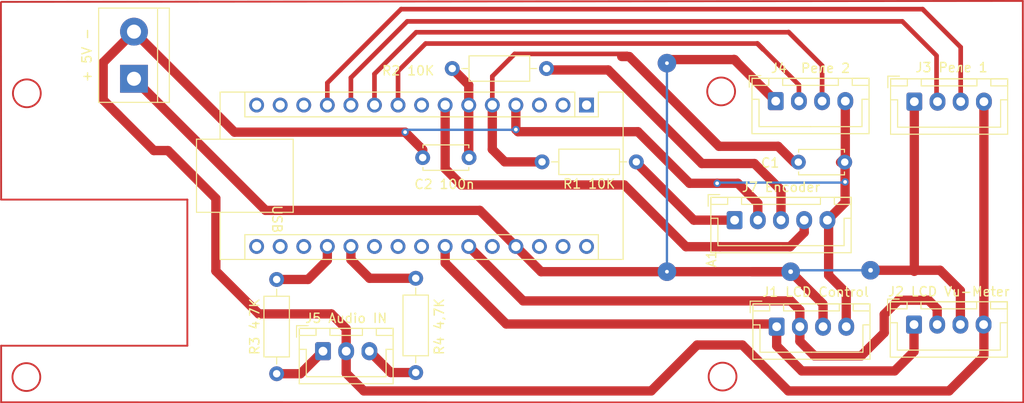
<source format=kicad_pcb>
(kicad_pcb (version 20211014) (generator pcbnew)
  (layers (0 "F.Cu" signal) (31 "B.Cu" signal) (34 "B.Paste" user) (35 "F.Paste" user) (36 "B.SilkS" user "B.Silkscreen") (37 "F.SilkS" user "F.Silkscreen") (38 "B.Mask" user) (39 "F.Mask" user) (44 "Edge.Cuts" user))
  (net 0 "")
  (net 4 "GNDREF")
  (net 5 "Net-(A1-Pad5)")
  (net 6 "Net-(A1-Pad6)")
  (net 7 "Net-(A1-Pad7)")
  (net 9 "Net-(A1-Pad9)")
  (net 10 "Net-(A1-Pad10)")
  (net 11 "Net-(A1-Pad11)")
  (net 12 "Net-(A1-Pad12)")
  (net 19 "Net-(A1-Pad19)")
  (net 20 "Net-(A1-Pad20)")
  (net 24 "Net-(A1-Pad24)")
  (net 25 "Net-(A1-Pad25)")
  (net 27 "+5V")
  (net 30 "Net-(J5-Pad1)")
  (net 31 "Net-(J5-Pad3)")
  (net 32 "Net-(R1-Pad1)")
  (net 33 "Net-(R2-Pad1)")
  (footprint "Capacitor_THT:C_Disc_D4.7mm_W2.5mm_P5.00mm" (layer "F.Cu") (at 60.2888 47.41835)
    (fp_text reference "C2 100n" (at 2.3476 2.87365) (layer "F.SilkS"))
    (fp_text value "100n")
    (fp_line (start 0.03 -1.37) (end 0.03 -1.055) (layer "F.SilkS") (width 0.12))
    (fp_line (start 4.97 -1.37) (end 4.97 -1.055) (layer "F.SilkS") (width 0.12))
    (fp_line (start 0.03 1.37) (end 4.97 1.37) (layer "F.SilkS") (width 0.12))
    (fp_line (start 0.03 -1.37) (end 4.97 -1.37) (layer "F.SilkS") (width 0.12))
    (fp_line (start 4.97 1.055) (end 4.97 1.37) (layer "F.SilkS") (width 0.12))
    (fp_line (start 0.03 1.055) (end 0.03 1.37) (layer "F.SilkS") (width 0.12))
    (pad "1" thru_hole circle (at 0 0) (size 1.6 1.6) (drill 0.8) (layers *.Cu *.Mask) (net 4 "GNDREF"))
    (pad "2" thru_hole circle (at 5 0) (size 1.6 1.6) (drill 0.8) (layers *.Cu *.Mask) (net 6 "Net-(A1-Pad6)"))
  )
  (footprint "Connector_JST:JST_XH_B4B-XH-A_1x04_P2.50mm_Vertical" (layer "F.Cu") (at 98.338 41.3296)
    (fp_text reference "J4  Реле 2" (at 3.75 -3.55) (layer "F.SilkS"))
    (fp_text value "Реле 2")
    (fp_line (start 10.06 -2.46) (end -2.56 -2.46) (layer "F.SilkS") (width 0.12))
    (fp_line (start -2.85 -2.75) (end -2.85 -1.5) (layer "F.SilkS") (width 0.12))
    (fp_line (start -2.55 -0.2) (end -1.8 -0.2) (layer "F.SilkS") (width 0.12))
    (fp_line (start -0.75 -2.45) (end -2.55 -2.45) (layer "F.SilkS") (width 0.12))
    (fp_line (start 6.75 -1.7) (end 6.75 -2.45) (layer "F.SilkS") (width 0.12))
    (fp_line (start -2.56 -2.46) (end -2.56 3.51) (layer "F.SilkS") (width 0.12))
    (fp_line (start -2.55 -2.45) (end -2.55 -1.7) (layer "F.SilkS") (width 0.12))
    (fp_line (start 10.05 -2.45) (end 8.25 -2.45) (layer "F.SilkS") (width 0.12))
    (fp_line (start -0.75 -1.7) (end -0.75 -2.45) (layer "F.SilkS") (width 0.12))
    (fp_line (start -1.6 -2.75) (end -2.85 -2.75) (layer "F.SilkS") (width 0.12))
    (fp_line (start 0.75 -2.45) (end 0.75 -1.7) (layer "F.SilkS") (width 0.12))
    (fp_line (start -1.8 2.75) (end 3.75 2.75) (layer "F.SilkS") (width 0.12))
    (fp_line (start 8.25 -2.45) (end 8.25 -1.7) (layer "F.SilkS") (width 0.12))
    (fp_line (start 9.3 -0.2) (end 9.3 2.75) (layer "F.SilkS") (width 0.12))
    (fp_line (start 0.75 -1.7) (end 6.75 -1.7) (layer "F.SilkS") (width 0.12))
    (fp_line (start -1.8 -0.2) (end -1.8 2.75) (layer "F.SilkS") (width 0.12))
    (fp_line (start 10.05 -1.7) (end 10.05 -2.45) (layer "F.SilkS") (width 0.12))
    (fp_line (start 8.25 -1.7) (end 10.05 -1.7) (layer "F.SilkS") (width 0.12))
    (fp_line (start -2.56 3.51) (end 10.06 3.51) (layer "F.SilkS") (width 0.12))
    (fp_line (start 10.06 3.51) (end 10.06 -2.46) (layer "F.SilkS") (width 0.12))
    (fp_line (start 6.75 -2.45) (end 0.75 -2.45) (layer "F.SilkS") (width 0.12))
    (fp_line (start -2.55 -1.7) (end -0.75 -1.7) (layer "F.SilkS") (width 0.12))
    (fp_line (start 9.3 2.75) (end 3.75 2.75) (layer "F.SilkS") (width 0.12))
    (fp_line (start 10.05 -0.2) (end 9.3 -0.2) (layer "F.SilkS") (width 0.12))
    (pad "1" thru_hole roundrect (at 0 0) (size 1.7 1.95) (drill 0.95) (layers *.Cu *.Mask) (roundrect_rratio 0.147059) (net 27 "+5V"))
    (pad "2" thru_hole oval (at 2.5 0) (size 1.7 1.95) (drill 0.95) (layers *.Cu *.Mask) (net 9 "Net-(A1-Pad9)"))
    (pad "3" thru_hole oval (at 5 0) (size 1.7 1.95) (drill 0.95) (layers *.Cu *.Mask) (net 10 "Net-(A1-Pad10)"))
    (pad "4" thru_hole oval (at 7.5 0) (size 1.7 1.95) (drill 0.95) (layers *.Cu *.Mask) (net 4 "GNDREF"))
  )
  (footprint "Resistor_THT:R_Axial_DIN0207_L6.3mm_D2.5mm_P10.16mm_Horizontal" (layer "F.Cu") (at 59.5376 70.58315 90)
    (fp_text reference "R4 4,7K" (at 4.94955 2.54 90) (layer "F.SilkS"))
    (fp_text value "4,7K")
    (fp_line (start 8.35 -1.37) (end 1.81 -1.37) (layer "F.SilkS") (width 0.12))
    (fp_line (start 1.04 0) (end 1.81 0) (layer "F.SilkS") (width 0.12))
    (fp_line (start 1.81 -1.37) (end 1.81 1.37) (layer "F.SilkS") (width 0.12))
    (fp_line (start 8.35 1.37) (end 8.35 -1.37) (layer "F.SilkS") (width 0.12))
    (fp_line (start 9.12 0) (end 8.35 0) (layer "F.SilkS") (width 0.12))
    (fp_line (start 1.81 1.37) (end 8.35 1.37) (layer "F.SilkS") (width 0.12))
    (pad "1" thru_hole circle (at 0 0 90) (size 1.6 1.6) (drill 0.8) (layers *.Cu *.Mask) (net 31 "Net-(J5-Pad3)"))
    (pad "2" thru_hole oval (at 10.16 0 90) (size 1.6 1.6) (drill 0.8) (layers *.Cu *.Mask) (net 20 "Net-(A1-Pad20)"))
  )
  (footprint "Capacitor_THT:C_Disc_D4.7mm_W2.5mm_P5.00mm" (layer "F.Cu") (at 100.7764 47.9044)
    (fp_text reference "C1" (at -3.0372 0.07965) (layer "F.SilkS"))
    (fp_text value "100n")
    (fp_line (start 4.97 -1.37) (end 4.97 -1.055) (layer "F.SilkS") (width 0.12))
    (fp_line (start 0.03 -1.37) (end 0.03 -1.055) (layer "F.SilkS") (width 0.12))
    (fp_line (start 4.97 1.055) (end 4.97 1.37) (layer "F.SilkS") (width 0.12))
    (fp_line (start 0.03 -1.37) (end 4.97 -1.37) (layer "F.SilkS") (width 0.12))
    (fp_line (start 0.03 1.055) (end 0.03 1.37) (layer "F.SilkS") (width 0.12))
    (fp_line (start 0.03 1.37) (end 4.97 1.37) (layer "F.SilkS") (width 0.12))
    (pad "1" thru_hole circle (at 0 0) (size 1.6 1.6) (drill 0.8) (layers *.Cu *.Mask) (net 5 "Net-(A1-Pad5)"))
    (pad "2" thru_hole circle (at 5 0) (size 1.6 1.6) (drill 0.8) (layers *.Cu *.Mask) (net 4 "GNDREF"))
  )
  (footprint "Connector_JST:JST_XH_B4B-XH-A_1x04_P2.50mm_Vertical" (layer "F.Cu") (at 98.4396 65.6405)
    (fp_text reference "J1 LCD Control" (at 4.190302 -3.737) (layer "F.SilkS"))
    (fp_text value "LCD1602-1")
    (fp_line (start 6.75 -2.45) (end 0.75 -2.45) (layer "F.SilkS") (width 0.12))
    (fp_line (start -2.56 -2.46) (end -2.56 3.51) (layer "F.SilkS") (width 0.12))
    (fp_line (start -2.55 -0.2) (end -1.8 -0.2) (layer "F.SilkS") (width 0.12))
    (fp_line (start 9.3 -0.2) (end 9.3 2.75) (layer "F.SilkS") (width 0.12))
    (fp_line (start -2.85 -2.75) (end -2.85 -1.5) (layer "F.SilkS") (width 0.12))
    (fp_line (start 10.05 -1.7) (end 10.05 -2.45) (layer "F.SilkS") (width 0.12))
    (fp_line (start 6.75 -1.7) (end 6.75 -2.45) (layer "F.SilkS") (width 0.12))
    (fp_line (start -1.6 -2.75) (end -2.85 -2.75) (layer "F.SilkS") (width 0.12))
    (fp_line (start -2.56 3.51) (end 10.06 3.51) (layer "F.SilkS") (width 0.12))
    (fp_line (start 10.06 3.51) (end 10.06 -2.46) (layer "F.SilkS") (width 0.12))
    (fp_line (start -2.55 -1.7) (end -0.75 -1.7) (layer "F.SilkS") (width 0.12))
    (fp_line (start -1.8 -0.2) (end -1.8 2.75) (layer "F.SilkS") (width 0.12))
    (fp_line (start -0.75 -1.7) (end -0.75 -2.45) (layer "F.SilkS") (width 0.12))
    (fp_line (start 10.06 -2.46) (end -2.56 -2.46) (layer "F.SilkS") (width 0.12))
    (fp_line (start 10.05 -0.2) (end 9.3 -0.2) (layer "F.SilkS") (width 0.12))
    (fp_line (start 8.25 -1.7) (end 10.05 -1.7) (layer "F.SilkS") (width 0.12))
    (fp_line (start 0.75 -1.7) (end 6.75 -1.7) (layer "F.SilkS") (width 0.12))
    (fp_line (start -1.8 2.75) (end 3.75 2.75) (layer "F.SilkS") (width 0.12))
    (fp_line (start -0.75 -2.45) (end -2.55 -2.45) (layer "F.SilkS") (width 0.12))
    (fp_line (start 0.75 -2.45) (end 0.75 -1.7) (layer "F.SilkS") (width 0.12))
    (fp_line (start 10.05 -2.45) (end 8.25 -2.45) (layer "F.SilkS") (width 0.12))
    (fp_line (start -2.55 -2.45) (end -2.55 -1.7) (layer "F.SilkS") (width 0.12))
    (fp_line (start 9.3 2.75) (end 3.75 2.75) (layer "F.SilkS") (width 0.12))
    (fp_line (start 8.25 -2.45) (end 8.25 -1.7) (layer "F.SilkS") (width 0.12))
    (pad "1" thru_hole roundrect (at 0 0) (size 1.7 1.95) (drill 0.95) (layers *.Cu *.Mask) (roundrect_rratio 0.147059) (net 24 "Net-(A1-Pad24)"))
    (pad "2" thru_hole oval (at 2.5 0) (size 1.7 1.95) (drill 0.95) (layers *.Cu *.Mask) (net 25 "Net-(A1-Pad25)"))
    (pad "3" thru_hole oval (at 5 0) (size 1.7 1.95) (drill 0.95) (layers *.Cu *.Mask) (net 27 "+5V"))
    (pad "4" thru_hole oval (at 7.5 0) (size 1.7 1.95) (drill 0.95) (layers *.Cu *.Mask) (net 4 "GNDREF"))
  )
  (footprint "Resistor_THT:R_Axial_DIN0207_L6.3mm_D2.5mm_P10.16mm_Horizontal" (layer "F.Cu") (at 44.5516 70.71015 90)
    (fp_text reference "R3 4,7K" (at 5.08 -2.37 90) (layer "F.SilkS"))
    (fp_text value "4,7K")
    (fp_line (start 1.81 -1.37) (end 1.81 1.37) (layer "F.SilkS") (width 0.12))
    (fp_line (start 9.12 0) (end 8.35 0) (layer "F.SilkS") (width 0.12))
    (fp_line (start 8.35 1.37) (end 8.35 -1.37) (layer "F.SilkS") (width 0.12))
    (fp_line (start 1.04 0) (end 1.81 0) (layer "F.SilkS") (width 0.12))
    (fp_line (start 1.81 1.37) (end 8.35 1.37) (layer "F.SilkS") (width 0.12))
    (fp_line (start 8.35 -1.37) (end 1.81 -1.37) (layer "F.SilkS") (width 0.12))
    (pad "1" thru_hole circle (at 0 0 90) (size 1.6 1.6) (drill 0.8) (layers *.Cu *.Mask) (net 30 "Net-(J5-Pad1)"))
    (pad "2" thru_hole oval (at 10.16 0 90) (size 1.6 1.6) (drill 0.8) (layers *.Cu *.Mask) (net 19 "Net-(A1-Pad19)"))
  )
  (footprint "TerminalBlock:TerminalBlock_bornier-2_P5.08mm" (layer "F.Cu") (at 29.1748 38.92205 90)
    (fp_text reference "+ 5V -" (at 2.54 -5.08 90) (layer "F.SilkS"))
    (fp_text value "5V")
    (fp_line (start -2.54 -3.81) (end -2.54 3.81) (layer "F.SilkS") (width 0.12))
    (fp_line (start 7.62 -3.81) (end -2.54 -3.81) (layer "F.SilkS") (width 0.12))
    (fp_line (start 7.62 3.81) (end 7.62 -3.81) (layer "F.SilkS") (width 0.12))
    (fp_line (start -2.54 3.81) (end 7.62 3.81) (layer "F.SilkS") (width 0.12))
    (fp_line (start 7.62 2.54) (end -2.54 2.54) (layer "F.SilkS") (width 0.12))
    (pad "1" thru_hole rect (at 0 0 90) (size 3 3) (drill 1.52) (layers *.Cu *.Mask) (net 27 "+5V"))
    (pad "2" thru_hole circle (at 5.08 0 90) (size 3 3) (drill 1.52) (layers *.Cu *.Mask) (net 4 "GNDREF"))
  )
  (footprint "Connector_JST:JST_XH_B4B-XH-A_1x04_P2.50mm_Vertical" (layer "F.Cu") (at 113.2424 65.4134)
    (fp_text reference "J2 LCD Vu-Meter" (at 3.75 -3.55) (layer "F.SilkS"))
    (fp_text value "LCD1602-2")
    (fp_line (start -2.55 -0.2) (end -1.8 -0.2) (layer "F.SilkS") (width 0.12))
    (fp_line (start -0.75 -1.7) (end -0.75 -2.45) (layer "F.SilkS") (width 0.12))
    (fp_line (start -1.8 -0.2) (end -1.8 2.75) (layer "F.SilkS") (width 0.12))
    (fp_line (start 10.06 -2.46) (end -2.56 -2.46) (layer "F.SilkS") (width 0.12))
    (fp_line (start 6.75 -2.45) (end 0.75 -2.45) (layer "F.SilkS") (width 0.12))
    (fp_line (start 10.05 -0.2) (end 9.3 -0.2) (layer "F.SilkS") (width 0.12))
    (fp_line (start -0.75 -2.45) (end -2.55 -2.45) (layer "F.SilkS") (width 0.12))
    (fp_line (start 0.75 -2.45) (end 0.75 -1.7) (layer "F.SilkS") (width 0.12))
    (fp_line (start -1.8 2.75) (end 3.75 2.75) (layer "F.SilkS") (width 0.12))
    (fp_line (start 0.75 -1.7) (end 6.75 -1.7) (layer "F.SilkS") (width 0.12))
    (fp_line (start 9.3 2.75) (end 3.75 2.75) (layer "F.SilkS") (width 0.12))
    (fp_line (start 10.06 3.51) (end 10.06 -2.46) (layer "F.SilkS") (width 0.12))
    (fp_line (start 10.05 -1.7) (end 10.05 -2.45) (layer "F.SilkS") (width 0.12))
    (fp_line (start -2.85 -2.75) (end -2.85 -1.5) (layer "F.SilkS") (width 0.12))
    (fp_line (start 8.25 -2.45) (end 8.25 -1.7) (layer "F.SilkS") (width 0.12))
    (fp_line (start -2.55 -1.7) (end -0.75 -1.7) (layer "F.SilkS") (width 0.12))
    (fp_line (start -2.55 -2.45) (end -2.55 -1.7) (layer "F.SilkS") (width 0.12))
    (fp_line (start 9.3 -0.2) (end 9.3 2.75) (layer "F.SilkS") (width 0.12))
    (fp_line (start -2.56 -2.46) (end -2.56 3.51) (layer "F.SilkS") (width 0.12))
    (fp_line (start -2.56 3.51) (end 10.06 3.51) (layer "F.SilkS") (width 0.12))
    (fp_line (start 6.75 -1.7) (end 6.75 -2.45) (layer "F.SilkS") (width 0.12))
    (fp_line (start 10.05 -2.45) (end 8.25 -2.45) (layer "F.SilkS") (width 0.12))
    (fp_line (start -1.6 -2.75) (end -2.85 -2.75) (layer "F.SilkS") (width 0.12))
    (fp_line (start 8.25 -1.7) (end 10.05 -1.7) (layer "F.SilkS") (width 0.12))
    (pad "1" thru_hole roundrect (at 0 0) (size 1.7 1.95) (drill 0.95) (layers *.Cu *.Mask) (roundrect_rratio 0.147059) (net 24 "Net-(A1-Pad24)"))
    (pad "2" thru_hole oval (at 2.5 0) (size 1.7 1.95) (drill 0.95) (layers *.Cu *.Mask) (net 25 "Net-(A1-Pad25)"))
    (pad "3" thru_hole oval (at 5 0) (size 1.7 1.95) (drill 0.95) (layers *.Cu *.Mask) (net 27 "+5V"))
    (pad "4" thru_hole oval (at 7.5 0) (size 1.7 1.95) (drill 0.95) (layers *.Cu *.Mask) (net 4 "GNDREF"))
  )
  (footprint "Module:Arduino_Nano" (layer "F.Cu") (at 77.9526 41.75415 -90)
    (fp_text reference "A1" (at 16.5862 -13.462698 90) (layer "F.SilkS"))
    (fp_text value "Arduino_Nano_v3.x")
    (fp_text user "USB" (at 12.2936 33.3629 -90 unlocked) (layer "F.SilkS"))
    (fp_line (start 3.68 42.04) (end 3.68 31.62) (layer "F.SilkS") (width 0.12))
    (fp_line (start 13.97 36.83) (end 16.64 36.83) (layer "F.SilkS") (width 0.12))
    (fp_line (start 13.97 -1.27) (end 13.97 36.83) (layer "F.SilkS") (width 0.12))
    (fp_line (start 1.27 36.83) (end -1.4 36.83) (layer "F.SilkS") (width 0.12))
    (fp_line (start -1.4 -3.94) (end -1.4 -1.27) (layer "F.SilkS") (width 0.12))
    (fp_line (start 16.64 39.5) (end 16.64 -3.94) (layer "F.SilkS") (width 0.12))
    (fp_line (start 16.64 39.5) (end 11.56 39.5) (layer "F.SilkS") (width 0.12))
    (fp_line (start 1.27 1.27) (end 1.27 36.83) (layer "F.SilkS") (width 0.12))
    (fp_line (start 13.97 -1.27) (end 16.64 -1.27) (layer "F.SilkS") (width 0.12))
    (fp_line (start -1.4 39.5) (end 3.68 39.5) (layer "F.SilkS") (width 0.12))
    (fp_line (start 1.27 1.27) (end -1.4 1.27) (layer "F.SilkS") (width 0.12))
    (fp_line (start 16.64 -3.94) (end -1.4 -3.94) (layer "F.SilkS") (width 0.12))
    (fp_line (start 11.56 31.62) (end 11.56 42.04) (layer "F.SilkS") (width 0.12))
    (fp_line (start 1.27 1.27) (end 1.27 -1.27) (layer "F.SilkS") (width 0.12))
    (fp_line (start 1.27 -1.27) (end -1.4 -1.27) (layer "F.SilkS") (width 0.12))
    (fp_line (start 3.68 31.62) (end 11.56 31.62) (layer "F.SilkS") (width 0.12))
    (fp_line (start 11.56 42.04) (end 3.68 42.04) (layer "F.SilkS") (width 0.12))
    (fp_line (start -1.4 1.27) (end -1.4 39.5) (layer "F.SilkS") (width 0.12))
    (pad "1" thru_hole rect (at 0 0 270) (size 1.6 1.6) (drill 1) (layers *.Cu *.Mask))
    (pad "2" thru_hole oval (at 0 2.54 270) (size 1.6 1.6) (drill 1) (layers *.Cu *.Mask))
    (pad "3" thru_hole oval (at 0 5.08 270) (size 1.6 1.6) (drill 1) (layers *.Cu *.Mask))
    (pad "4" thru_hole oval (at 0 7.62 270) (size 1.6 1.6) (drill 1) (layers *.Cu *.Mask) (net 4 "GNDREF"))
    (pad "5" thru_hole oval (at 0 10.16 270) (size 1.6 1.6) (drill 1) (layers *.Cu *.Mask) (net 5 "Net-(A1-Pad5)"))
    (pad "6" thru_hole oval (at 0 12.7 270) (size 1.6 1.6) (drill 1) (layers *.Cu *.Mask) (net 6 "Net-(A1-Pad6)"))
    (pad "7" thru_hole oval (at 0 15.24 270) (size 1.6 1.6) (drill 1) (layers *.Cu *.Mask) (net 7 "Net-(A1-Pad7)"))
    (pad "8" thru_hole oval (at 0 17.78 270) (size 1.6 1.6) (drill 1) (layers *.Cu *.Mask))
    (pad "9" thru_hole oval (at 0 20.32 270) (size 1.6 1.6) (drill 1) (layers *.Cu *.Mask) (net 9 "Net-(A1-Pad9)"))
    (pad "10" thru_hole oval (at 0 22.86 270) (size 1.6 1.6) (drill 1) (layers *.Cu *.Mask) (net 10 "Net-(A1-Pad10)"))
    (pad "11" thru_hole oval (at 0 25.4 270) (size 1.6 1.6) (drill 1) (layers *.Cu *.Mask) (net 11 "Net-(A1-Pad11)"))
    (pad "12" thru_hole oval (at 0 27.94 270) (size 1.6 1.6) (drill 1) (layers *.Cu *.Mask) (net 12 "Net-(A1-Pad12)"))
    (pad "13" thru_hole oval (at 0 30.48 270) (size 1.6 1.6) (drill 1) (layers *.Cu *.Mask))
    (pad "14" thru_hole oval (at 0 33.02 270) (size 1.6 1.6) (drill 1) (layers *.Cu *.Mask))
    (pad "15" thru_hole oval (at 0 35.56 270) (size 1.6 1.6) (drill 1) (layers *.Cu *.Mask))
    (pad "16" thru_hole oval (at 15.24 35.56 270) (size 1.6 1.6) (drill 1) (layers *.Cu *.Mask))
    (pad "17" thru_hole oval (at 15.24 33.02 270) (size 1.6 1.6) (drill 1) (layers *.Cu *.Mask))
    (pad "18" thru_hole oval (at 15.24 30.48 270) (size 1.6 1.6) (drill 1) (layers *.Cu *.Mask))
    (pad "19" thru_hole oval (at 15.24 27.94 270) (size 1.6 1.6) (drill 1) (layers *.Cu *.Mask) (net 19 "Net-(A1-Pad19)"))
    (pad "20" thru_hole oval (at 15.24 25.4 270) (size 1.6 1.6) (drill 1) (layers *.Cu *.Mask) (net 20 "Net-(A1-Pad20)"))
    (pad "21" thru_hole oval (at 15.24 22.86 270) (size 1.6 1.6) (drill 1) (layers *.Cu *.Mask))
    (pad "22" thru_hole oval (at 15.24 20.32 270) (size 1.6 1.6) (drill 1) (layers *.Cu *.Mask))
    (pad "23" thru_hole oval (at 15.24 17.78 270) (size 1.6 1.6) (drill 1) (layers *.Cu *.Mask))
    (pad "24" thru_hole oval (at 15.24 15.24 270) (size 1.6 1.6) (drill 1) (layers *.Cu *.Mask) (net 24 "Net-(A1-Pad24)"))
    (pad "25" thru_hole oval (at 15.24 12.7 270) (size 1.6 1.6) (drill 1) (layers *.Cu *.Mask) (net 25 "Net-(A1-Pad25)"))
    (pad "26" thru_hole oval (at 15.24 10.16 270) (size 1.6 1.6) (drill 1) (layers *.Cu *.Mask))
    (pad "27" thru_hole oval (at 15.24 7.62 270) (size 1.6 1.6) (drill 1) (layers *.Cu *.Mask) (net 27 "+5V"))
    (pad "28" thru_hole oval (at 15.24 5.08 270) (size 1.6 1.6) (drill 1) (layers *.Cu *.Mask))
    (pad "29" thru_hole oval (at 15.24 2.54 270) (size 1.6 1.6) (drill 1) (layers *.Cu *.Mask))
    (pad "30" thru_hole oval (at 15.24 0 270) (size 1.6 1.6) (drill 1) (layers *.Cu *.Mask))
  )
  (footprint "Connector_JST:JST_XH_B5B-XH-A_1x05_P2.50mm_Vertical" (layer "F.Cu") (at 93.9076 54.15775)
    (fp_text reference "J7 Encoder" (at 5 -3.55) (layer "F.SilkS"))
    (fp_text value "Encoder")
    (fp_line (start -1.6 -2.75) (end -2.85 -2.75) (layer "F.SilkS") (width 0.12))
    (fp_line (start 0.75 -2.45) (end 0.75 -1.7) (layer "F.SilkS") (width 0.12))
    (fp_line (start 12.55 -2.45) (end 10.75 -2.45) (layer "F.SilkS") (width 0.12))
    (fp_line (start -2.56 3.51) (end 12.56 3.51) (layer "F.SilkS") (width 0.12))
    (fp_line (start -2.55 -1.7) (end -0.75 -1.7) (layer "F.SilkS") (width 0.12))
    (fp_line (start -1.8 -0.2) (end -1.8 2.75) (layer "F.SilkS") (width 0.12))
    (fp_line (start 9.25 -1.7) (end 9.25 -2.45) (layer "F.SilkS") (width 0.12))
    (fp_line (start -2.85 -2.75) (end -2.85 -1.5) (layer "F.SilkS") (width 0.12))
    (fp_line (start 12.56 -2.46) (end -2.56 -2.46) (layer "F.SilkS") (width 0.12))
    (fp_line (start -0.75 -1.7) (end -0.75 -2.45) (layer "F.SilkS") (width 0.12))
    (fp_line (start 10.75 -2.45) (end 10.75 -1.7) (layer "F.SilkS") (width 0.12))
    (fp_line (start -2.55 -0.2) (end -1.8 -0.2) (layer "F.SilkS") (width 0.12))
    (fp_line (start 9.25 -2.45) (end 0.75 -2.45) (layer "F.SilkS") (width 0.12))
    (fp_line (start -1.8 2.75) (end 5 2.75) (layer "F.SilkS") (width 0.12))
    (fp_line (start 10.75 -1.7) (end 12.55 -1.7) (layer "F.SilkS") (width 0.12))
    (fp_line (start 12.56 3.51) (end 12.56 -2.46) (layer "F.SilkS") (width 0.12))
    (fp_line (start -2.56 -2.46) (end -2.56 3.51) (layer "F.SilkS") (width 0.12))
    (fp_line (start 12.55 -0.2) (end 11.8 -0.2) (layer "F.SilkS") (width 0.12))
    (fp_line (start 11.8 2.75) (end 5 2.75) (layer "F.SilkS") (width 0.12))
    (fp_line (start -2.55 -2.45) (end -2.55 -1.7) (layer "F.SilkS") (width 0.12))
    (fp_line (start 12.55 -1.7) (end 12.55 -2.45) (layer "F.SilkS") (width 0.12))
    (fp_line (start -0.75 -2.45) (end -2.55 -2.45) (layer "F.SilkS") (width 0.12))
    (fp_line (start 11.8 -0.2) (end 11.8 2.75) (layer "F.SilkS") (width 0.12))
    (fp_line (start 0.75 -1.7) (end 9.25 -1.7) (layer "F.SilkS") (width 0.12))
    (pad "1" thru_hole roundrect (at 0 0) (size 1.7 1.95) (drill 0.95) (layers *.Cu *.Mask) (roundrect_rratio 0.147059) (net 32 "Net-(R1-Pad1)"))
    (pad "2" thru_hole oval (at 2.5 0) (size 1.7 1.95) (drill 0.95) (layers *.Cu *.Mask) (net 4 "GNDREF"))
    (pad "3" thru_hole oval (at 5 0) (size 1.7 1.95) (drill 0.95) (layers *.Cu *.Mask) (net 33 "Net-(R2-Pad1)"))
    (pad "4" thru_hole oval (at 7.5 0) (size 1.7 1.95) (drill 0.95) (layers *.Cu *.Mask) (net 7 "Net-(A1-Pad7)"))
    (pad "5" thru_hole oval (at 10 0) (size 1.7 1.95) (drill 0.95) (layers *.Cu *.Mask) (net 4 "GNDREF"))
  )
  (footprint "Connector_JST:JST_XH_B3B-XH-A_1x03_P2.50mm_Vertical" (layer "F.Cu") (at 49.5446 68.28015)
    (fp_text reference "J5 Audio IN" (at 2.5 -3.55) (layer "F.SilkS"))
    (fp_text value "Audio IN")
    (fp_line (start 7.55 -0.2) (end 6.8 -0.2) (layer "F.SilkS") (width 0.12))
    (fp_line (start 6.8 -0.2) (end 6.8 2.75) (layer "F.SilkS") (width 0.12))
    (fp_line (start -2.55 -2.45) (end -2.55 -1.7) (layer "F.SilkS") (width 0.12))
    (fp_line (start -1.8 -0.2) (end -1.8 2.75) (layer "F.SilkS") (width 0.12))
    (fp_line (start -1.6 -2.75) (end -2.85 -2.75) (layer "F.SilkS") (width 0.12))
    (fp_line (start 6.8 2.75) (end 2.5 2.75) (layer "F.SilkS") (width 0.12))
    (fp_line (start 7.56 3.51) (end 7.56 -2.46) (layer "F.SilkS") (width 0.12))
    (fp_line (start 5.75 -2.45) (end 5.75 -1.7) (layer "F.SilkS") (width 0.12))
    (fp_line (start 4.25 -2.45) (end 0.75 -2.45) (layer "F.SilkS") (width 0.12))
    (fp_line (start -0.75 -1.7) (end -0.75 -2.45) (layer "F.SilkS") (width 0.12))
    (fp_line (start -0.75 -2.45) (end -2.55 -2.45) (layer "F.SilkS") (width 0.12))
    (fp_line (start 5.75 -1.7) (end 7.55 -1.7) (layer "F.SilkS") (width 0.12))
    (fp_line (start -2.85 -2.75) (end -2.85 -1.5) (layer "F.SilkS") (width 0.12))
    (fp_line (start 7.55 -2.45) (end 5.75 -2.45) (layer "F.SilkS") (width 0.12))
    (fp_line (start 7.56 -2.46) (end -2.56 -2.46) (layer "F.SilkS") (width 0.12))
    (fp_line (start 0.75 -2.45) (end 0.75 -1.7) (layer "F.SilkS") (width 0.12))
    (fp_line (start 4.25 -1.7) (end 4.25 -2.45) (layer "F.SilkS") (width 0.12))
    (fp_line (start -2.56 3.51) (end 7.56 3.51) (layer "F.SilkS") (width 0.12))
    (fp_line (start 0.75 -1.7) (end 4.25 -1.7) (layer "F.SilkS") (width 0.12))
    (fp_line (start -2.55 -0.2) (end -1.8 -0.2) (layer "F.SilkS") (width 0.12))
    (fp_line (start 7.55 -1.7) (end 7.55 -2.45) (layer "F.SilkS") (width 0.12))
    (fp_line (start -2.56 -2.46) (end -2.56 3.51) (layer "F.SilkS") (width 0.12))
    (fp_line (start -2.55 -1.7) (end -0.75 -1.7) (layer "F.SilkS") (width 0.12))
    (fp_line (start -1.8 2.75) (end 2.5 2.75) (layer "F.SilkS") (width 0.12))
    (pad "1" thru_hole roundrect (at 0 0) (size 1.7 1.95) (drill 0.95) (layers *.Cu *.Mask) (roundrect_rratio 0.147059) (net 30 "Net-(J5-Pad1)"))
    (pad "2" thru_hole oval (at 2.5 0) (size 1.7 1.95) (drill 0.95) (layers *.Cu *.Mask) (net 4 "GNDREF"))
    (pad "3" thru_hole oval (at 5 0) (size 1.7 1.95) (drill 0.95) (layers *.Cu *.Mask) (net 31 "Net-(J5-Pad3)"))
  )
  (footprint "Resistor_THT:R_Axial_DIN0207_L6.3mm_D2.5mm_P10.16mm_Horizontal" (layer "F.Cu") (at 73.6346 37.81715 180)
    (fp_text reference "R2 10K" (at 14.9098 -0.23205) (layer "F.SilkS"))
    (fp_text value "10K")
    (fp_line (start 1.04 0) (end 1.81 0) (layer "F.SilkS") (width 0.12))
    (fp_line (start 8.35 1.37) (end 8.35 -1.37) (layer "F.SilkS") (width 0.12))
    (fp_line (start 1.81 -1.37) (end 1.81 1.37) (layer "F.SilkS") (width 0.12))
    (fp_line (start 1.81 1.37) (end 8.35 1.37) (layer "F.SilkS") (width 0.12))
    (fp_line (start 8.35 -1.37) (end 1.81 -1.37) (layer "F.SilkS") (width 0.12))
    (fp_line (start 9.12 0) (end 8.35 0) (layer "F.SilkS") (width 0.12))
    (pad "1" thru_hole circle (at 0 0 180) (size 1.6 1.6) (drill 0.8) (layers *.Cu *.Mask) (net 33 "Net-(R2-Pad1)"))
    (pad "2" thru_hole oval (at 10.16 0 180) (size 1.6 1.6) (drill 0.8) (layers *.Cu *.Mask) (net 6 "Net-(A1-Pad6)"))
  )
  (footprint "Connector_JST:JST_XH_B4B-XH-A_1x04_P2.50mm_Vertical" (layer "F.Cu") (at 113.2748 41.3873)
    (fp_text reference "J3 Реле 1" (at 4.0132 -3.67955) (layer "F.SilkS"))
    (fp_text value "Реле 1")
    (fp_line (start 10.05 -2.45) (end 8.25 -2.45) (layer "F.SilkS") (width 0.12))
    (fp_line (start -2.55 -0.2) (end -1.8 -0.2) (layer "F.SilkS") (width 0.12))
    (fp_line (start 10.06 3.51) (end 10.06 -2.46) (layer "F.SilkS") (width 0.12))
    (fp_line (start 10.05 -0.2) (end 9.3 -0.2) (layer "F.SilkS") (width 0.12))
    (fp_line (start -1.8 2.75) (end 3.75 2.75) (layer "F.SilkS") (width 0.12))
    (fp_line (start -2.55 -1.7) (end -0.75 -1.7) (layer "F.SilkS") (width 0.12))
    (fp_line (start -1.6 -2.75) (end -2.85 -2.75) (layer "F.SilkS") (width 0.12))
    (fp_line (start -2.55 -2.45) (end -2.55 -1.7) (layer "F.SilkS") (width 0.12))
    (fp_line (start 0.75 -2.45) (end 0.75 -1.7) (layer "F.SilkS") (width 0.12))
    (fp_line (start 10.05 -1.7) (end 10.05 -2.45) (layer "F.SilkS") (width 0.12))
    (fp_line (start 6.75 -2.45) (end 0.75 -2.45) (layer "F.SilkS") (width 0.12))
    (fp_line (start 9.3 2.75) (end 3.75 2.75) (layer "F.SilkS") (width 0.12))
    (fp_line (start 0.75 -1.7) (end 6.75 -1.7) (layer "F.SilkS") (width 0.12))
    (fp_line (start -2.56 -2.46) (end -2.56 3.51) (layer "F.SilkS") (width 0.12))
    (fp_line (start 8.25 -1.7) (end 10.05 -1.7) (layer "F.SilkS") (width 0.12))
    (fp_line (start -1.8 -0.2) (end -1.8 2.75) (layer "F.SilkS") (width 0.12))
    (fp_line (start 8.25 -2.45) (end 8.25 -1.7) (layer "F.SilkS") (width 0.12))
    (fp_line (start -0.75 -2.45) (end -2.55 -2.45) (layer "F.SilkS") (width 0.12))
    (fp_line (start 6.75 -1.7) (end 6.75 -2.45) (layer "F.SilkS") (width 0.12))
    (fp_line (start 10.06 -2.46) (end -2.56 -2.46) (layer "F.SilkS") (width 0.12))
    (fp_line (start 9.3 -0.2) (end 9.3 2.75) (layer "F.SilkS") (width 0.12))
    (fp_line (start -0.75 -1.7) (end -0.75 -2.45) (layer "F.SilkS") (width 0.12))
    (fp_line (start -2.56 3.51) (end 10.06 3.51) (layer "F.SilkS") (width 0.12))
    (fp_line (start -2.85 -2.75) (end -2.85 -1.5) (layer "F.SilkS") (width 0.12))
    (pad "1" thru_hole roundrect (at 0 0) (size 1.7 1.95) (drill 0.95) (layers *.Cu *.Mask) (roundrect_rratio 0.147059) (net 27 "+5V"))
    (pad "2" thru_hole oval (at 2.5 0) (size 1.7 1.95) (drill 0.95) (layers *.Cu *.Mask) (net 11 "Net-(A1-Pad11)"))
    (pad "3" thru_hole oval (at 5 0) (size 1.7 1.95) (drill 0.95) (layers *.Cu *.Mask) (net 12 "Net-(A1-Pad12)"))
    (pad "4" thru_hole oval (at 7.5 0) (size 1.7 1.95) (drill 0.95) (layers *.Cu *.Mask) (net 4 "GNDREF"))
  )
  (footprint "Resistor_THT:R_Axial_DIN0207_L6.3mm_D2.5mm_P10.16mm_Horizontal" (layer "F.Cu") (at 83.312 47.87555 180)
    (fp_text reference "R1 10K" (at 5.08 -2.37) (layer "F.SilkS"))
    (fp_text value "10K")
    (fp_line (start 9.12 0) (end 8.35 0) (layer "F.SilkS") (width 0.12))
    (fp_line (start 1.04 0) (end 1.81 0) (layer "F.SilkS") (width 0.12))
    (fp_line (start 8.35 -1.37) (end 1.81 -1.37) (layer "F.SilkS") (width 0.12))
    (fp_line (start 8.35 1.37) (end 8.35 -1.37) (layer "F.SilkS") (width 0.12))
    (fp_line (start 1.81 1.37) (end 8.35 1.37) (layer "F.SilkS") (width 0.12))
    (fp_line (start 1.81 -1.37) (end 1.81 1.37) (layer "F.SilkS") (width 0.12))
    (pad "1" thru_hole circle (at 0 0 180) (size 1.6 1.6) (drill 0.8) (layers *.Cu *.Mask) (net 32 "Net-(R1-Pad1)"))
    (pad "2" thru_hole oval (at 10.16 0 180) (size 1.6 1.6) (drill 0.8) (layers *.Cu *.Mask) (net 5 "Net-(A1-Pad5)"))
  )
  (gr_circle (center 92.6084 71.0184) (end 94.1084 71.0184) (layer "F.Cu") (width 0.2) (fill none))
  (gr_line (start 14.859 67.691) (end 34.925 67.691) (layer "F.Cu") (width 0.2))
  (gr_line (start 14.859 73.787) (end 14.859 67.691) (layer "F.Cu") (width 0.2))
  (gr_line (start 124.968 30.5308) (end 125.0188 73.8124) (layer "F.Cu") (width 0.2))
  (gr_line (start 14.859 51.943) (end 14.8336 30.6832) (layer "F.Cu") (width 0.2))
  (gr_line (start 125.0188 73.8124) (end 14.859 73.787) (layer "F.Cu") (width 0.2))
  (gr_circle (center 17.5768 71.0692) (end 19.0768 71.0692) (layer "F.Cu") (width 0.2) (fill none))
  (gr_circle (center 17.6276 40.4876) (end 19.1276 40.4876) (layer "F.Cu") (width 0.2) (fill none))
  (gr_line (start 14.8844 30.6324) (end 124.968 30.5308) (layer "F.Cu") (width 0.2))
  (gr_line (start 34.925 51.943) (end 14.859 51.943) (layer "F.Cu") (width 0.2))
  (gr_line (start 34.925 67.691) (end 34.925 51.943) (layer "F.Cu") (width 0.2))
  (gr_circle (center 92.456 40.2844) (end 93.956 40.2844) (layer "F.Cu") (width 0.2) (fill none))
  (segment (start 103.9076 54.15775) (end 104.0384 54.28855) (width 1) (layer "F.Cu") (net 4))
  (segment (start 94.742 67.6148) (end 99.69155 72.56435) (width 1) (layer "F.Cu") (net 4))
  (segment (start 105.838 47.40755) (end 105.3192 47.92635) (width 1) (layer "F.Cu") (net 4))
  (segment (start 70.5612 44.62435) (end 70.3326 44.39575) (width 1) (layer "F.Cu") (net 4))
  (segment (start 60.2888 46.56935) (end 58.3946 44.67515) (width 1) (layer "F.Cu") (net 4))
  (segment (start 92.0242 50.18695) (end 89.04895 50.18695) (width 1) (layer "F.Cu") (net 4))
  (segment (start 89.04895 50.18695) (end 83.48635 44.62435) (width 1) (layer "F.Cu") (net 4))
  (segment (start 103.7952 54.04535) (end 103.9076 54.15775) (width 0.25) (layer "F.Cu") (net 4))
  (segment (start 52.0446 65.8622) (end 52.0446 68.28015) (width 1) (layer "F.Cu") (net 4))
  (segment (start 31.31475 46.65635) (end 32.83875 46.65635) (width 1) (layer "F.Cu") (net 4))
  (segment (start 83.48635 44.62435) (end 70.5612 44.62435) (width 1) (layer "F.Cu") (net 4))
  (segment (start 27.1272 42.4688) (end 31.31475 46.65635) (width 1) (layer "F.Cu") (net 4))
  (segment (start 104.0384 54.28855) (end 104.0384 60.0964) (width 1) (layer "F.Cu") (net 4))
  (segment (start 105.7764 47.9044) (end 105.8164 47.9444) (width 1) (layer "F.Cu") (net 4))
  (segment (start 25.8572 41.1988) (end 27.5336 42.8752) (width 1) (layer "F.Cu") (net 4))
  (segment (start 58.3946 44.67515) (end 40.0079 44.67515) (width 1) (layer "F.Cu") (net 4))
  (segment (start 96.4184 52.34595) (end 96.4076 52.35675) (width 0.25) (layer "F.Cu") (net 4))
  (segment (start 52.0446 70.65935) (end 53.9496 72.56435) (width 1) (layer "F.Cu") (net 4))
  (segment (start 84.91565 72.56435) (end 89.8652 67.6148) (width 1) (layer "F.Cu") (net 4))
  (segment (start 105.8164 52.24895) (end 103.9076 54.15775) (width 1) (layer "F.Cu") (net 4))
  (segment (start 37.9984 59.6392) (end 42.6212 64.262) (width 1) (layer "F.Cu") (net 4))
  (segment (start 96.4076 52.35675) (end 96.4076 54.15775) (width 1) (layer "F.Cu") (net 4))
  (segment (start 60.6444 47.46915) (end 60.3396 47.46915) (width 0.25) (layer "F.Cu") (net 4))
  (segment (start 32.83875 46.65635) (end 37.9984 51.816) (width 1) (layer "F.Cu") (net 4))
  (segment (start 117.02125 72.56435) (end 120.7748 68.8108) (width 1) (layer "F.Cu") (net 4))
  (segment (start 53.9496 72.56435) (end 84.91565 72.56435) (width 1) (layer "F.Cu") (net 4))
  (segment (start 70.3326 44.39575) (end 70.3326 41.75415) (width 1) (layer "F.Cu") (net 4))
  (segment (start 99.69155 72.56435) (end 117.02125 72.56435) (width 1) (layer "F.Cu") (net 4))
  (segment (start 105.9396 61.9976) (end 105.9396 65.6405) (width 1) (layer "F.Cu") (net 4))
  (segment (start 92.0242 50.18695) (end 94.2594 50.18695) (width 1) (layer "F.Cu") (net 4))
  (segment (start 105.7656 41.402) (end 105.838 41.3296) (width 1) (layer "F.Cu") (net 4))
  (segment (start 120.7748 68.8108) (end 120.7748 41.3873) (width 1) (layer "F.Cu") (net 4))
  (segment (start 25.8572 37.15965) (end 25.8572 41.1988) (width 1) (layer "F.Cu") (net 4))
  (segment (start 105.838 41.3296) (end 105.838 47.40755) (width 1) (layer "F.Cu") (net 4))
  (segment (start 60.3396 47.46915) (end 60.2888 47.41835) (width 0.25) (layer "F.Cu") (net 4))
  (segment (start 52.0446 68.28015) (end 52.0446 70.65935) (width 1) (layer "F.Cu") (net 4))
  (segment (start 94.2594 50.18695) (end 96.4184 52.34595) (width 1) (layer "F.Cu") (net 4))
  (segment (start 40.0079 44.67515) (end 29.1367 33.80395) (width 1) (layer "F.Cu") (net 4))
  (segment (start 104.0384 60.0964) (end 105.9396 61.9976) (width 1) (layer "F.Cu") (net 4))
  (segment (start 37.9984 51.816) (end 37.9984 59.6392) (width 1) (layer "F.Cu") (net 4))
  (segment (start 89.8652 67.6148) (end 94.742 67.6148) (width 1) (layer "F.Cu") (net 4))
  (segment (start 42.6212 64.262) (end 50.4444 64.262) (width 1) (layer "F.Cu") (net 4))
  (segment (start 60.2888 47.41835) (end 60.2888 46.56935) (width 1) (layer "F.Cu") (net 4))
  (segment (start 50.4444 64.262) (end 52.0446 65.8622) (width 1) (layer "F.Cu") (net 4))
  (segment (start 29.1748 33.84205) (end 25.8572 37.15965) (width 1) (layer "F.Cu") (net 4))
  (segment (start 106.0212 65.2911) (end 106.3876 65.6575) (width 0.25) (layer "F.Cu") (net 4))
  (segment (start 105.8164 47.9444) (end 105.8164 52.24895) (width 1) (layer "F.Cu") (net 4))
  (via (at 70.3326 44.39575) (size 0.8) (drill 0.4) (layers "F.Cu" "B.Cu") (net 4))
  (via (at 58.3946 44.67515) (size 0.8) (drill 0.4) (layers "F.Cu" "B.Cu") (net 4))
  (via (at 105.8164 50.038) (size 0.8) (drill 0.4) (layers "F.Cu" "B.Cu") (net 4))
  (via (at 92.0242 50.18695) (size 0.8) (drill 0.4) (layers "F.Cu" "B.Cu") (net 4))
  (segment (start 70.3326 44.39575) (end 70.3072 44.42115) (width 0.25) (layer "B.Cu") (net 4))
  (segment (start 105.74365 50.11075) (end 92.1004 50.11075) (width 0.25) (layer "B.Cu") (net 4))
  (segment (start 58.6486 44.42115) (end 58.3946 44.67515) (width 0.25) (layer "B.Cu") (net 4))
  (segment (start 92.1004 50.11075) (end 92.0242 50.18695) (width 0.25) (layer "B.Cu") (net 4))
  (segment (start 70.3072 44.42115) (end 58.6486 44.42115) (width 0.25) (layer "B.Cu") (net 4))
  (segment (start 105.8164 50.038) (end 105.74365 50.11075) (width 0.25) (layer "B.Cu") (net 4))
  (segment (start 67.7926 41.75415) (end 67.7926 46.52935) (width 1) (layer "F.Cu") (net 5))
  (segment (start 67.7926 38.65535) (end 70.2056 36.24235) (width 0.5) (layer "F.Cu") (net 5))
  (segment (start 70.2056 36.24235) (end 82.31795 36.24235) (width 0.5) (layer "F.Cu") (net 5))
  (segment (start 67.7926 46.52935) (end 69.1388 47.87555) (width 1) (layer "F.Cu") (net 5))
  (segment (start 82.31795 36.24235) (end 84.074 37.9984) (width 0.5) (layer "F.Cu") (net 5))
  (segment (start 98.592 46.19915) (end 100.3192 47.92635) (width 1) (layer "F.Cu") (net 5))
  (segment (start 82.55 36.5252) (end 92.22395 46.19915) (width 1) (layer "F.Cu") (net 5))
  (segment (start 81.7372 36.5252) (end 82.55 36.5252) (width 1) (layer "F.Cu") (net 5))
  (segment (start 92.22395 46.19915) (end 98.592 46.19915) (width 1) (layer "F.Cu") (net 5))
  (segment (start 69.1388 47.87555) (end 73.152 47.87555) (width 1) (layer "F.Cu") (net 5))
  (segment (start 67.7926 41.75415) (end 67.7926 38.65535) (width 0.5) (layer "F.Cu") (net 5))
  (segment (start 65.2888 47.41835) (end 65.2888 47.11355) (width 1) (layer "F.Cu") (net 6))
  (segment (start 65.2888 47.11355) (end 65.278 47.10275) (width 1) (layer "F.Cu") (net 6))
  (segment (start 65.2526 47.38215) (end 65.2888 47.41835) (width 0.5) (layer "F.Cu") (net 6))
  (segment (start 65.2526 41.75415) (end 65.2526 47.38215) (width 1) (layer "F.Cu") (net 6))
  (segment (start 65.2526 41.75415) (end 65.2526 39.59515) (width 1) (layer "F.Cu") (net 6))
  (segment (start 65.2526 39.59515) (end 63.4746 37.81715) (width 1) (layer "F.Cu") (net 6))
  (segment (start 92.3544 57.01955) (end 99.8728 57.01955) (width 1) (layer "F.Cu") (net 7))
  (segment (start 82.01315 50.36475) (end 88.66795 57.01955) (width 1) (layer "F.Cu") (net 7))
  (segment (start 62.7126 41.75415) (end 62.7126 48.61215) (width 1) (layer "F.Cu") (net 7))
  (segment (start 62.7126 48.61215) (end 64.4652 50.36475) (width 1) (layer "F.Cu") (net 7))
  (segment (start 99.8728 57.01955) (end 101.4076 55.48475) (width 1) (layer "F.Cu") (net 7))
  (segment (start 88.66795 57.01955) (end 92.3036 57.01955) (width 1) (layer "F.Cu") (net 7))
  (segment (start 101.4076 55.48475) (end 101.4076 54.15775) (width 1) (layer "F.Cu") (net 7))
  (segment (start 64.4652 50.36475) (end 82.01315 50.36475) (width 1) (layer "F.Cu") (net 7))
  (segment (start 60.6044 35.12475) (end 96.33875 35.12475) (width 0.5) (layer "F.Cu") (net 9))
  (segment (start 57.6326 38.09655) (end 60.6044 35.12475) (width 0.5) (layer "F.Cu") (net 9))
  (segment (start 96.3676 35.1028) (end 96.9772 35.7124) (width 0.5) (layer "F.Cu") (net 9))
  (segment (start 100.838 39.584) (end 100.838 41.3296) (width 0.5) (layer "F.Cu") (net 9))
  (segment (start 96.33875 35.12475) (end 96.9772 35.7632) (width 0.5) (layer "F.Cu") (net 9))
  (segment (start 96.4584 35.2044) (end 100.838 39.584) (width 0.5) (layer "F.Cu") (net 9))
  (segment (start 100.838 41.3296) (end 100.838 40.4476) (width 0.25) (layer "F.Cu") (net 9))
  (segment (start 57.6326 41.75415) (end 57.6326 38.09655) (width 0.5) (layer "F.Cu") (net 9))
  (segment (start 55.0926 38.40135) (end 59.5884 33.90555) (width 0.5) (layer "F.Cu") (net 10))
  (segment (start 99.74235 33.90555) (end 101.0412 35.2044) (width 0.5) (layer "F.Cu") (net 10))
  (segment (start 59.5884 33.90555) (end 99.74235 33.90555) (width 0.5) (layer "F.Cu") (net 10))
  (segment (start 99.7204 33.8836) (end 103.338 37.5012) (width 0.5) (layer "F.Cu") (net 10))
  (segment (start 55.0926 41.75415) (end 55.0926 38.40135) (width 0.5) (layer "F.Cu") (net 10))
  (segment (start 103.338 39.798) (end 103.338 41.3296) (width 0.5) (layer "F.Cu") (net 10))
  (segment (start 103.338 37.5012) (end 103.338 41.3296) (width 0.5) (layer "F.Cu") (net 10))
  (segment (start 103.338 41.3296) (end 103.338 40.4584) (width 0.25) (layer "F.Cu") (net 10))
  (segment (start 115.6716 36.5252) (end 115.6716 41.2841) (width 0.5) (layer "F.Cu") (net 11))
  (segment (start 52.5526 38.80775) (end 58.6232 32.73715) (width 0.5) (layer "F.Cu") (net 11))
  (segment (start 58.6232 32.73715) (end 111.98515 32.73715) (width 0.5) (layer "F.Cu") (net 11))
  (segment (start 115.6716 41.2841) (end 115.7748 41.3873) (width 0.5) (layer "F.Cu") (net 11))
  (segment (start 111.98515 32.73715) (end 115.6716 36.4236) (width 0.5) (layer "F.Cu") (net 11))
  (segment (start 52.5526 41.75415) (end 52.5526 38.80775) (width 0.5) (layer "F.Cu") (net 11))
  (segment (start 118.2748 35.5216) (end 118.2748 41.3873) (width 0.5) (layer "F.Cu") (net 12))
  (segment (start 57.9628 31.41635) (end 114.16955 31.41635) (width 0.5) (layer "F.Cu") (net 12))
  (segment (start 114.16955 31.41635) (end 114.3508 31.5976) (width 0.5) (layer "F.Cu") (net 12))
  (segment (start 114.1984 31.4452) (end 118.2748 35.5216) (width 0.5) (layer "F.Cu") (net 12))
  (segment (start 50.0126 39.36655) (end 57.9628 31.41635) (width 0.5) (layer "F.Cu") (net 12))
  (segment (start 50.0126 41.75415) (end 50.0126 39.36655) (width 0.5) (layer "F.Cu") (net 12))
  (segment (start 50.0126 58.46735) (end 50.0126 56.99415) (width 1) (layer "F.Cu") (net 19))
  (segment (start 44.5516 60.55015) (end 47.9298 60.55015) (width 1) (layer "F.Cu") (net 19))
  (segment (start 47.9298 60.55015) (end 50.0126 58.46735) (width 1) (layer "F.Cu") (net 19))
  (segment (start 54.5592 60.42315) (end 59.5376 60.42315) (width 1) (layer "F.Cu") (net 20))
  (segment (start 52.5526 58.41655) (end 54.5592 60.42315) (width 1) (layer "F.Cu") (net 20))
  (segment (start 52.5526 56.99415) (end 52.5526 58.41655) (width 1) (layer "F.Cu") (net 20))
  (segment (start 98.4396 67.7056) (end 101.1428 70.4088) (width 1) (layer "F.Cu") (net 24))
  (segment (start 98.14985 65.35075) (end 98.4396 65.6405) (width 1) (layer "F.Cu") (net 24))
  (segment (start 62.7126 58.77215) (end 69.2912 65.35075) (width 1) (layer "F.Cu") (net 24))
  (segment (start 62.7126 56.99415) (end 62.7126 58.77215) (width 1) (layer "F.Cu") (net 24))
  (segment (start 98.355 65.5559) (end 98.4396 65.6405) (width 1) (layer "F.Cu") (net 24))
  (segment (start 98.4396 65.6405) (end 98.4396 67.7056) (width 1) (layer "F.Cu") (net 24))
  (segment (start 69.2912 65.35075) (end 98.14985 65.35075) (width 1) (layer "F.Cu") (net 24))
  (segment (start 98.4327 65.6336) (end 98.4396 65.6405) (width 1) (layer "F.Cu") (net 24))
  (segment (start 111.1504 70.4088) (end 113.2424 68.3168) (width 1) (layer "F.Cu") (net 24))
  (segment (start 101.1428 70.4088) (end 111.1504 70.4088) (width 1) (layer "F.Cu") (net 24))
  (segment (start 113.2424 68.3168) (end 113.2424 65.4134) (width 1) (layer "F.Cu") (net 24))
  (segment (start 110.0328 66.294) (end 110.0328 64.3128) (width 1) (layer "F.Cu") (net 25))
  (segment (start 100.9396 63.8556) (end 100.9396 65.6405) (width 1) (layer "F.Cu") (net 25))
  (segment (start 71.12 62.86155) (end 99.94555 62.86155) (width 1) (layer "F.Cu") (net 25))
  (segment (start 111.5568 62.7888) (end 114.808 62.7888) (width 1) (layer "F.Cu") (net 25))
  (segment (start 107.5436 68.7832) (end 110.0328 66.294) (width 1) (layer "F.Cu") (net 25))
  (segment (start 65.2526 56.99415) (end 71.12 62.86155) (width 1) (layer "F.Cu") (net 25))
  (segment (start 115.7424 63.7232) (end 115.7424 65.4134) (width 1) (layer "F.Cu") (net 25))
  (segment (start 102.5144 68.7832) (end 107.5436 68.7832) (width 1) (layer "F.Cu") (net 25))
  (segment (start 99.94555 62.86155) (end 100.9396 63.8556) (width 1) (layer "F.Cu") (net 25))
  (segment (start 100.9396 67.2084) (end 102.5144 68.7832) (width 1) (layer "F.Cu") (net 25))
  (segment (start 110.0328 64.3128) (end 111.5568 62.7888) (width 1) (layer "F.Cu") (net 25))
  (segment (start 100.9396 65.6405) (end 100.9396 67.2084) (width 1) (layer "F.Cu") (net 25))
  (segment (start 114.808 62.7888) (end 115.7424 63.7232) (width 1) (layer "F.Cu") (net 25))
  (segment (start 103.4396 63.3584) (end 103.4396 65.6405) (width 1) (layer "F.Cu") (net 27))
  (segment (start 66.4464 53.10795) (end 70.3326 56.99415) (width 1) (layer "F.Cu") (net 27))
  (segment (start 108.5596 59.55955) (end 116.04915 59.55955) (width 1) (layer "F.Cu") (net 27))
  (segment (start 113.2748 41.3873) (end 113.2748 59.6808) (width 1) (layer "F.Cu") (net 27))
  (segment (start 93.8384 36.83) (end 98.338 41.3296) (width 1) (layer "F.Cu") (net 27))
  (segment (start 99.94555 59.71195) (end 95.77995 59.71195) (width 1) (layer "F.Cu") (net 27))
  (segment (start 99.94555 59.71195) (end 103.4288 63.1952) (width 1) (layer "F.Cu") (net 27))
  (segment (start 86.614 37.2364) (end 86.99845 36.85195) (width 1) (layer "F.Cu") (net 27))
  (segment (start 29.1367 38.88395) (end 43.3607 53.10795) (width 1) (layer "F.Cu") (net 27))
  (segment (start 99.94555 59.71195) (end 73.0504 59.71195) (width 1) (layer "F.Cu") (net 27))
  (segment (start 73.0504 59.71195) (end 70.3326 56.99415) (width 1) (layer "F.Cu") (net 27))
  (segment (start 86.99845 36.85195) (end 93.90035 36.85195) (width 1) (layer "F.Cu") (net 27))
  (segment (start 116.04915 59.55955) (end 118.2424 61.7528) (width 1) (layer "F.Cu") (net 27))
  (segment (start 93.90035 36.85195) (end 94.0816 37.0332) (width 1) (layer "F.Cu") (net 27))
  (segment (start 118.2424 61.7528) (end 118.2424 65.4134) (width 1) (layer "F.Cu") (net 27))
  (segment (start 28.1748 38.88395) (end 29.1367 38.88395) (width 1) (layer "F.Cu") (net 27))
  (segment (start 43.3607 53.10795) (end 66.4464 53.10795) (width 1) (layer "F.Cu") (net 27))
  (via (at 86.614 59.71195) (size 2) (drill 0.4) (layers "F.Cu" "B.Cu") (net 27))
  (via (at 86.614 37.2364) (size 2) (drill 0.4) (layers "F.Cu" "B.Cu") (net 27))
  (via (at 99.94555 59.71195) (size 2) (drill 0.5) (layers "F.Cu" "B.Cu") (net 27))
  (via (at 108.5596 59.55955) (size 2) (drill 0.5) (layers "F.Cu" "B.Cu") (net 27))
  (segment (start 86.614 59.71195) (end 86.614 37.2364) (width 0.25) (layer "B.Cu") (net 27))
  (segment (start 100.09795 59.55955) (end 99.94555 59.71195) (width 0.25) (layer "B.Cu") (net 27))
  (segment (start 108.5596 59.55955) (end 100.09795 59.55955) (width 0.25) (layer "B.Cu") (net 27))
  (segment (start 44.5516 70.71015) (end 47.1146 70.71015) (width 1) (layer "F.Cu") (net 30))
  (segment (start 47.1146 70.71015) (end 49.5446 68.28015) (width 1) (layer "F.Cu") (net 30))
  (segment (start 59.5376 70.58315) (end 56.8476 70.58315) (width 1) (layer "F.Cu") (net 31))
  (segment (start 56.8476 70.58315) (end 54.5446 68.28015) (width 1) (layer "F.Cu") (net 31))
  (segment (start 83.312 47.9552) (end 89.51455 54.15775) (width 1) (layer "F.Cu") (net 32))
  (segment (start 89.51455 54.15775) (end 93.9076 54.15775) (width 1) (layer "F.Cu") (net 32))
  (segment (start 83.312 47.87555) (end 83.312 47.9552) (width 1) (layer "F.Cu") (net 32))
  (segment (start 73.787 37.96955) (end 80.28595 37.96955) (width 1) (layer "F.Cu") (net 33))
  (segment (start 98.9076 50.92355) (end 98.9076 54.15775) (width 1) (layer "F.Cu") (net 33))
  (segment (start 96.04085 48.0568) (end 98.9076 50.92355) (width 1) (layer "F.Cu") (net 33))
  (segment (start 80.28595 37.96955) (end 90.3732 48.0568) (width 1) (layer "F.Cu") (net 33))
  (segment (start 98.9076 54.15775) (end 98.6874 54.15775) (width 0.25) (layer "F.Cu") (net 33))
  (segment (start 73.6346 37.81715) (end 73.787 37.96955) (width 1) (layer "F.Cu") (net 33))
  (segment (start 90.3732 48.0568) (end 96.04085 48.0568) (width 1) (layer "F.Cu") (net 33))
)
</source>
